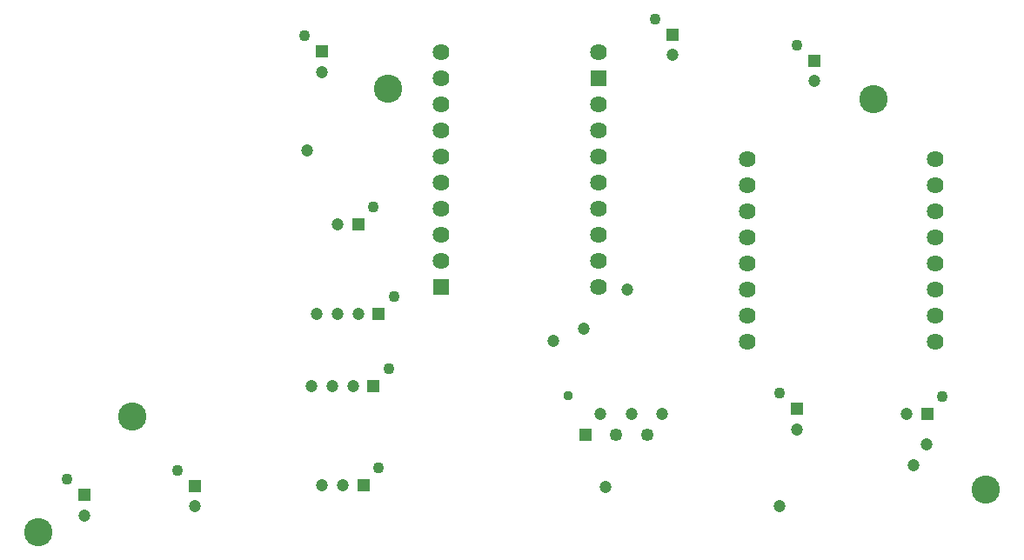
<source format=gbr>
%TF.GenerationSoftware,Altium Limited,Altium Designer,23.1.1 (15)*%
G04 Layer_Color=16711935*
%FSLAX45Y45*%
%MOMM*%
%TF.SameCoordinates,C52F0387-6C9F-4DBB-ABB6-C867BCF9EA55*%
%TF.FilePolarity,Negative*%
%TF.FileFunction,Soldermask,Bot*%
%TF.Part,Single*%
G01*
G75*
%TA.AperFunction,ComponentPad*%
%ADD20C,1.20000*%
%ADD21R,1.20000X1.20000*%
%ADD22C,1.10000*%
%ADD23R,1.20000X1.20000*%
%ADD38R,1.20240X1.20240*%
%ADD39C,1.20240*%
%ADD40C,1.25240*%
%TA.AperFunction,ViaPad*%
%ADD41C,2.74320*%
%TA.AperFunction,ComponentPad*%
%ADD42C,1.62560*%
%ADD43R,1.57480X1.57480*%
%ADD44C,0.95240*%
%TA.AperFunction,ViaPad*%
%ADD45C,1.20320*%
D20*
X-1873799Y4611700D02*
D03*
X-3251200Y4864100D02*
D03*
X-6667500Y4702200D02*
D03*
X-6713499Y2343699D02*
D03*
X-6513500D02*
D03*
X-6313500D02*
D03*
X-6762699Y1638300D02*
D03*
X-6562700D02*
D03*
X-6362700D02*
D03*
X-974700Y1371600D02*
D03*
X-2038899Y1220800D02*
D03*
X-8973099Y382600D02*
D03*
X-6661099Y673100D02*
D03*
X-6461100D02*
D03*
X-7899400Y469900D02*
D03*
X-6513500Y3219999D02*
D03*
D21*
X-1873799Y4811700D02*
D03*
X-3251200Y5064100D02*
D03*
X-6667500Y4902200D02*
D03*
X-2038899Y1420800D02*
D03*
X-8973099Y582600D02*
D03*
X-7899400Y669900D02*
D03*
D22*
X-2043801Y4961702D02*
D03*
X-3421202Y5214102D02*
D03*
X-6837502Y5052202D02*
D03*
X-5963498Y2513701D02*
D03*
X-6012698Y1808302D02*
D03*
X-624698Y1541602D02*
D03*
X-2208901Y1570802D02*
D03*
X-9143101Y732602D02*
D03*
X-6111098Y843102D02*
D03*
X-8069402Y819902D02*
D03*
X-6163498Y3390001D02*
D03*
D23*
X-6113501Y2343699D02*
D03*
X-6162700Y1638300D02*
D03*
X-774700Y1371600D02*
D03*
X-6261100Y673100D02*
D03*
X-6313500Y3219999D02*
D03*
D38*
X-4102801Y1171600D02*
D03*
D39*
X-3952799Y1371600D02*
D03*
X-3652799D02*
D03*
X-3352800D02*
D03*
D40*
X-3802802Y1171600D02*
D03*
X-3502797D02*
D03*
D41*
X-8509000Y1346200D02*
D03*
X-1295400Y4432300D02*
D03*
X-203200Y635000D02*
D03*
X-9423400Y215900D02*
D03*
X-6019800Y4533900D02*
D03*
D42*
X-3975100Y4889500D02*
D03*
Y4381500D02*
D03*
Y4127500D02*
D03*
Y3873500D02*
D03*
Y3619500D02*
D03*
Y3365500D02*
D03*
Y3111500D02*
D03*
Y2857500D02*
D03*
Y2603500D02*
D03*
X-5501640Y4889500D02*
D03*
Y4635500D02*
D03*
Y4381500D02*
D03*
Y4127500D02*
D03*
Y3873500D02*
D03*
Y3619500D02*
D03*
Y3365500D02*
D03*
Y3111500D02*
D03*
Y2857500D02*
D03*
X-2527300Y3086100D02*
D03*
Y3340100D02*
D03*
Y3594100D02*
D03*
Y3848100D02*
D03*
Y2832100D02*
D03*
Y2578100D02*
D03*
Y2324100D02*
D03*
Y2070100D02*
D03*
X-698500Y3086100D02*
D03*
Y3340100D02*
D03*
Y3594100D02*
D03*
Y3848100D02*
D03*
Y2832100D02*
D03*
Y2578100D02*
D03*
Y2324100D02*
D03*
Y2070100D02*
D03*
D43*
X-3975100Y4635500D02*
D03*
X-5501640Y2603500D02*
D03*
D44*
X-4267799Y1551600D02*
D03*
D45*
X-2212340Y469900D02*
D03*
X-4417060Y2082800D02*
D03*
X-4114800Y2202180D02*
D03*
X-3695700Y2578100D02*
D03*
X-3903980Y660400D02*
D03*
X-911860Y874298D02*
D03*
X-6812280Y3937000D02*
D03*
X-782320Y1074420D02*
D03*
%TF.MD5,416879d72005ef0365a6f7d23fa2e61f*%
M02*

</source>
